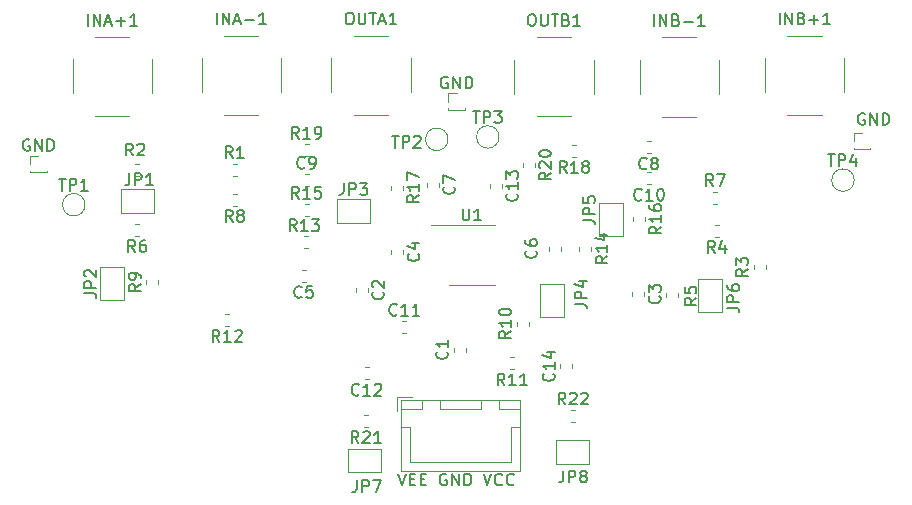
<source format=gbr>
G04 #@! TF.GenerationSoftware,KiCad,Pcbnew,(5.1.2)-2*
G04 #@! TF.CreationDate,2019-07-08T22:36:46+08:00*
G04 #@! TF.ProjectId,General Purpose Op Amp Eval-Board,47656e65-7261-46c2-9050-7572706f7365,rev?*
G04 #@! TF.SameCoordinates,Original*
G04 #@! TF.FileFunction,Legend,Top*
G04 #@! TF.FilePolarity,Positive*
%FSLAX46Y46*%
G04 Gerber Fmt 4.6, Leading zero omitted, Abs format (unit mm)*
G04 Created by KiCad (PCBNEW (5.1.2)-2) date 2019-07-08 22:36:46*
%MOMM*%
%LPD*%
G04 APERTURE LIST*
%ADD10C,0.120000*%
%ADD11C,0.150000*%
G04 APERTURE END LIST*
D10*
X166995800Y-97613000D02*
X167690800Y-97613000D01*
X166995800Y-98298000D02*
X166995800Y-97613000D01*
X168299076Y-98983000D02*
X168385800Y-98983000D01*
X166995800Y-98983000D02*
X167082524Y-98983000D01*
X168385800Y-98983000D02*
X168385800Y-98858000D01*
X166995800Y-98983000D02*
X166995800Y-98858000D01*
X166995800Y-98983000D02*
X168385800Y-98983000D01*
X167015200Y-101600000D02*
G75*
G03X167015200Y-101600000I-950000J0D01*
G01*
X136941600Y-97942400D02*
G75*
G03X136941600Y-97942400I-950000J0D01*
G01*
X132655000Y-94260200D02*
X133350000Y-94260200D01*
X132655000Y-94945200D02*
X132655000Y-94260200D01*
X133958276Y-95630200D02*
X134045000Y-95630200D01*
X132655000Y-95630200D02*
X132741724Y-95630200D01*
X134045000Y-95630200D02*
X134045000Y-95505200D01*
X132655000Y-95630200D02*
X132655000Y-95505200D01*
X132655000Y-95630200D02*
X134045000Y-95630200D01*
X97247400Y-99543400D02*
X97942400Y-99543400D01*
X97247400Y-100228400D02*
X97247400Y-99543400D01*
X98550676Y-100913400D02*
X98637400Y-100913400D01*
X97247400Y-100913400D02*
X97334124Y-100913400D01*
X98637400Y-100913400D02*
X98637400Y-100788400D01*
X97247400Y-100913400D02*
X97247400Y-100788400D01*
X97247400Y-100913400D02*
X98637400Y-100913400D01*
X132623600Y-98145600D02*
G75*
G03X132623600Y-98145600I-950000J0D01*
G01*
X101889600Y-103682800D02*
G75*
G03X101889600Y-103682800I-950000J0D01*
G01*
X145405600Y-106302000D02*
X145405600Y-103502000D01*
X145405600Y-103502000D02*
X147405600Y-103502000D01*
X147405600Y-103502000D02*
X147405600Y-106302000D01*
X147405600Y-106302000D02*
X145405600Y-106302000D01*
X140427200Y-113160000D02*
X140427200Y-110360000D01*
X140427200Y-110360000D02*
X142427200Y-110360000D01*
X142427200Y-110360000D02*
X142427200Y-113160000D01*
X142427200Y-113160000D02*
X140427200Y-113160000D01*
X153787600Y-112753600D02*
X153787600Y-109953600D01*
X153787600Y-109953600D02*
X155787600Y-109953600D01*
X155787600Y-109953600D02*
X155787600Y-112753600D01*
X155787600Y-112753600D02*
X153787600Y-112753600D01*
X123212400Y-103190800D02*
X126012400Y-103190800D01*
X126012400Y-103190800D02*
X126012400Y-105190800D01*
X126012400Y-105190800D02*
X123212400Y-105190800D01*
X123212400Y-105190800D02*
X123212400Y-103190800D01*
X104924400Y-102378000D02*
X107724400Y-102378000D01*
X107724400Y-102378000D02*
X107724400Y-104378000D01*
X107724400Y-104378000D02*
X104924400Y-104378000D01*
X104924400Y-104378000D02*
X104924400Y-102378000D01*
X103190800Y-111737600D02*
X103190800Y-108937600D01*
X103190800Y-108937600D02*
X105190800Y-108937600D01*
X105190800Y-108937600D02*
X105190800Y-111737600D01*
X105190800Y-111737600D02*
X103190800Y-111737600D01*
X141754400Y-123612400D02*
X144554400Y-123612400D01*
X144554400Y-123612400D02*
X144554400Y-125612400D01*
X144554400Y-125612400D02*
X141754400Y-125612400D01*
X141754400Y-125612400D02*
X141754400Y-123612400D01*
X124177600Y-124323600D02*
X126977600Y-124323600D01*
X126977600Y-124323600D02*
X126977600Y-126323600D01*
X126977600Y-126323600D02*
X124177600Y-126323600D01*
X124177600Y-126323600D02*
X124177600Y-124323600D01*
X134114000Y-116122267D02*
X134114000Y-115779733D01*
X133094000Y-116122267D02*
X133094000Y-115779733D01*
X125833600Y-110725133D02*
X125833600Y-111067667D01*
X124813600Y-110725133D02*
X124813600Y-111067667D01*
X149252400Y-111080733D02*
X149252400Y-111423267D01*
X148232400Y-111080733D02*
X148232400Y-111423267D01*
X127810800Y-107473933D02*
X127810800Y-107816467D01*
X128830800Y-107473933D02*
X128830800Y-107816467D01*
X120567267Y-110187200D02*
X120224733Y-110187200D01*
X120567267Y-109167200D02*
X120224733Y-109167200D01*
X141196600Y-107219933D02*
X141196600Y-107562467D01*
X142216600Y-107219933D02*
X142216600Y-107562467D01*
X130808000Y-101809733D02*
X130808000Y-102152267D01*
X131828000Y-101809733D02*
X131828000Y-102152267D01*
X149777267Y-98296000D02*
X149434733Y-98296000D01*
X149777267Y-99316000D02*
X149434733Y-99316000D01*
X120478733Y-101090000D02*
X120821267Y-101090000D01*
X120478733Y-102110000D02*
X120821267Y-102110000D01*
X149828067Y-100937600D02*
X149485533Y-100937600D01*
X149828067Y-101957600D02*
X149485533Y-101957600D01*
X128759133Y-113536000D02*
X129101667Y-113536000D01*
X128759133Y-114556000D02*
X129101667Y-114556000D01*
X125901267Y-118467600D02*
X125558733Y-118467600D01*
X125901267Y-117447600D02*
X125558733Y-117447600D01*
X136142000Y-101936733D02*
X136142000Y-102279267D01*
X137162000Y-101936733D02*
X137162000Y-102279267D01*
X142111000Y-117519267D02*
X142111000Y-117176733D01*
X143131000Y-117519267D02*
X143131000Y-117176733D01*
X100835800Y-91361600D02*
X100835800Y-94261600D01*
X107545800Y-91361600D02*
X107545800Y-94261600D01*
X102740800Y-96166600D02*
X105640800Y-96166600D01*
X102740800Y-89456600D02*
X105640800Y-89456600D01*
X113662800Y-89355000D02*
X116562800Y-89355000D01*
X113662800Y-96065000D02*
X116562800Y-96065000D01*
X118467800Y-91260000D02*
X118467800Y-94160000D01*
X111757800Y-91260000D02*
X111757800Y-94160000D01*
X159459000Y-91260000D02*
X159459000Y-94160000D01*
X166169000Y-91260000D02*
X166169000Y-94160000D01*
X161364000Y-96065000D02*
X164264000Y-96065000D01*
X161364000Y-89355000D02*
X164264000Y-89355000D01*
X150746800Y-89507400D02*
X153646800Y-89507400D01*
X150746800Y-96217400D02*
X153646800Y-96217400D01*
X155551800Y-91412400D02*
X155551800Y-94312400D01*
X148841800Y-91412400D02*
X148841800Y-94312400D01*
X128631000Y-120222000D02*
X128631000Y-126192000D01*
X128631000Y-126192000D02*
X138751000Y-126192000D01*
X138751000Y-126192000D02*
X138751000Y-120222000D01*
X138751000Y-120222000D02*
X128631000Y-120222000D01*
X131941000Y-120232000D02*
X131941000Y-120982000D01*
X131941000Y-120982000D02*
X135441000Y-120982000D01*
X135441000Y-120982000D02*
X135441000Y-120232000D01*
X135441000Y-120232000D02*
X131941000Y-120232000D01*
X128641000Y-120232000D02*
X128641000Y-120982000D01*
X128641000Y-120982000D02*
X130441000Y-120982000D01*
X130441000Y-120982000D02*
X130441000Y-120232000D01*
X130441000Y-120232000D02*
X128641000Y-120232000D01*
X136941000Y-120232000D02*
X136941000Y-120982000D01*
X136941000Y-120982000D02*
X138741000Y-120982000D01*
X138741000Y-120982000D02*
X138741000Y-120232000D01*
X138741000Y-120232000D02*
X136941000Y-120232000D01*
X128641000Y-122482000D02*
X129391000Y-122482000D01*
X129391000Y-122482000D02*
X129391000Y-125432000D01*
X129391000Y-125432000D02*
X133691000Y-125432000D01*
X138741000Y-122482000D02*
X137991000Y-122482000D01*
X137991000Y-122482000D02*
X137991000Y-125432000D01*
X137991000Y-125432000D02*
X133691000Y-125432000D01*
X129591000Y-119932000D02*
X128341000Y-119932000D01*
X128341000Y-119932000D02*
X128341000Y-121182000D01*
X124661000Y-89355000D02*
X127561000Y-89355000D01*
X124661000Y-96065000D02*
X127561000Y-96065000D01*
X129466000Y-91260000D02*
X129466000Y-94160000D01*
X122756000Y-91260000D02*
X122756000Y-94160000D01*
X138250000Y-91387000D02*
X138250000Y-94287000D01*
X144960000Y-91387000D02*
X144960000Y-94287000D01*
X140155000Y-96192000D02*
X143055000Y-96192000D01*
X140155000Y-89482000D02*
X143055000Y-89482000D01*
X114382733Y-100201000D02*
X114725267Y-100201000D01*
X114382733Y-101221000D02*
X114725267Y-101221000D01*
X106470267Y-100201000D02*
X106127733Y-100201000D01*
X106470267Y-101221000D02*
X106127733Y-101221000D01*
X158494000Y-109137267D02*
X158494000Y-108794733D01*
X159514000Y-109137267D02*
X159514000Y-108794733D01*
X155568467Y-106377200D02*
X155225933Y-106377200D01*
X155568467Y-105357200D02*
X155225933Y-105357200D01*
X152097200Y-111474067D02*
X152097200Y-111131533D01*
X151077200Y-111474067D02*
X151077200Y-111131533D01*
X106470267Y-106301000D02*
X106127733Y-106301000D01*
X106470267Y-105281000D02*
X106127733Y-105281000D01*
X155073533Y-102563200D02*
X155416067Y-102563200D01*
X155073533Y-103583200D02*
X155416067Y-103583200D01*
X114725267Y-103761000D02*
X114382733Y-103761000D01*
X114725267Y-102741000D02*
X114382733Y-102741000D01*
X108079000Y-110407267D02*
X108079000Y-110064733D01*
X107059000Y-110407267D02*
X107059000Y-110064733D01*
X139448000Y-113912467D02*
X139448000Y-113569933D01*
X138428000Y-113912467D02*
X138428000Y-113569933D01*
X138220267Y-117604000D02*
X137877733Y-117604000D01*
X138220267Y-116584000D02*
X137877733Y-116584000D01*
X114090267Y-112901000D02*
X113747733Y-112901000D01*
X114090267Y-113921000D02*
X113747733Y-113921000D01*
X120770467Y-106322400D02*
X120427933Y-106322400D01*
X120770467Y-107342400D02*
X120427933Y-107342400D01*
X144756600Y-107219933D02*
X144756600Y-107562467D01*
X143736600Y-107219933D02*
X143736600Y-107562467D01*
X120478733Y-104650000D02*
X120821267Y-104650000D01*
X120478733Y-103630000D02*
X120821267Y-103630000D01*
X148283200Y-104730733D02*
X148283200Y-105073267D01*
X149303200Y-104730733D02*
X149303200Y-105073267D01*
X128780000Y-102063733D02*
X128780000Y-102406267D01*
X127760000Y-102063733D02*
X127760000Y-102406267D01*
X143478067Y-99620800D02*
X143135533Y-99620800D01*
X143478067Y-98600800D02*
X143135533Y-98600800D01*
X120478733Y-98550000D02*
X120821267Y-98550000D01*
X120478733Y-99570000D02*
X120821267Y-99570000D01*
X138936000Y-100158733D02*
X138936000Y-100501267D01*
X139956000Y-100158733D02*
X139956000Y-100501267D01*
X125861867Y-121460800D02*
X125519333Y-121460800D01*
X125861867Y-122480800D02*
X125519333Y-122480800D01*
X143033933Y-122074400D02*
X143376467Y-122074400D01*
X143033933Y-121054400D02*
X143376467Y-121054400D01*
X134620000Y-110510000D02*
X136570000Y-110510000D01*
X134620000Y-110510000D02*
X132670000Y-110510000D01*
X134620000Y-105390000D02*
X136570000Y-105390000D01*
X134620000Y-105390000D02*
X131170000Y-105390000D01*
D11*
X167894095Y-95969200D02*
X167798857Y-95921580D01*
X167656000Y-95921580D01*
X167513142Y-95969200D01*
X167417904Y-96064438D01*
X167370285Y-96159676D01*
X167322666Y-96350152D01*
X167322666Y-96493009D01*
X167370285Y-96683485D01*
X167417904Y-96778723D01*
X167513142Y-96873961D01*
X167656000Y-96921580D01*
X167751238Y-96921580D01*
X167894095Y-96873961D01*
X167941714Y-96826342D01*
X167941714Y-96493009D01*
X167751238Y-96493009D01*
X168370285Y-96921580D02*
X168370285Y-95921580D01*
X168941714Y-96921580D01*
X168941714Y-95921580D01*
X169417904Y-96921580D02*
X169417904Y-95921580D01*
X169656000Y-95921580D01*
X169798857Y-95969200D01*
X169894095Y-96064438D01*
X169941714Y-96159676D01*
X169989333Y-96350152D01*
X169989333Y-96493009D01*
X169941714Y-96683485D01*
X169894095Y-96778723D01*
X169798857Y-96873961D01*
X169656000Y-96921580D01*
X169417904Y-96921580D01*
X164803295Y-99404380D02*
X165374723Y-99404380D01*
X165089009Y-100404380D02*
X165089009Y-99404380D01*
X165708057Y-100404380D02*
X165708057Y-99404380D01*
X166089009Y-99404380D01*
X166184247Y-99452000D01*
X166231866Y-99499619D01*
X166279485Y-99594857D01*
X166279485Y-99737714D01*
X166231866Y-99832952D01*
X166184247Y-99880571D01*
X166089009Y-99928190D01*
X165708057Y-99928190D01*
X167136628Y-99737714D02*
X167136628Y-100404380D01*
X166898533Y-99356761D02*
X166660438Y-100071047D01*
X167279485Y-100071047D01*
X134729695Y-95746780D02*
X135301123Y-95746780D01*
X135015409Y-96746780D02*
X135015409Y-95746780D01*
X135634457Y-96746780D02*
X135634457Y-95746780D01*
X136015409Y-95746780D01*
X136110647Y-95794400D01*
X136158266Y-95842019D01*
X136205885Y-95937257D01*
X136205885Y-96080114D01*
X136158266Y-96175352D01*
X136110647Y-96222971D01*
X136015409Y-96270590D01*
X135634457Y-96270590D01*
X136539219Y-95746780D02*
X137158266Y-95746780D01*
X136824933Y-96127733D01*
X136967790Y-96127733D01*
X137063028Y-96175352D01*
X137110647Y-96222971D01*
X137158266Y-96318209D01*
X137158266Y-96556304D01*
X137110647Y-96651542D01*
X137063028Y-96699161D01*
X136967790Y-96746780D01*
X136682076Y-96746780D01*
X136586838Y-96699161D01*
X136539219Y-96651542D01*
X132588095Y-92885200D02*
X132492857Y-92837580D01*
X132350000Y-92837580D01*
X132207142Y-92885200D01*
X132111904Y-92980438D01*
X132064285Y-93075676D01*
X132016666Y-93266152D01*
X132016666Y-93409009D01*
X132064285Y-93599485D01*
X132111904Y-93694723D01*
X132207142Y-93789961D01*
X132350000Y-93837580D01*
X132445238Y-93837580D01*
X132588095Y-93789961D01*
X132635714Y-93742342D01*
X132635714Y-93409009D01*
X132445238Y-93409009D01*
X133064285Y-93837580D02*
X133064285Y-92837580D01*
X133635714Y-93837580D01*
X133635714Y-92837580D01*
X134111904Y-93837580D02*
X134111904Y-92837580D01*
X134350000Y-92837580D01*
X134492857Y-92885200D01*
X134588095Y-92980438D01*
X134635714Y-93075676D01*
X134683333Y-93266152D01*
X134683333Y-93409009D01*
X134635714Y-93599485D01*
X134588095Y-93694723D01*
X134492857Y-93789961D01*
X134350000Y-93837580D01*
X134111904Y-93837580D01*
X97180495Y-98168400D02*
X97085257Y-98120780D01*
X96942400Y-98120780D01*
X96799542Y-98168400D01*
X96704304Y-98263638D01*
X96656685Y-98358876D01*
X96609066Y-98549352D01*
X96609066Y-98692209D01*
X96656685Y-98882685D01*
X96704304Y-98977923D01*
X96799542Y-99073161D01*
X96942400Y-99120780D01*
X97037638Y-99120780D01*
X97180495Y-99073161D01*
X97228114Y-99025542D01*
X97228114Y-98692209D01*
X97037638Y-98692209D01*
X97656685Y-99120780D02*
X97656685Y-98120780D01*
X98228114Y-99120780D01*
X98228114Y-98120780D01*
X98704304Y-99120780D02*
X98704304Y-98120780D01*
X98942400Y-98120780D01*
X99085257Y-98168400D01*
X99180495Y-98263638D01*
X99228114Y-98358876D01*
X99275733Y-98549352D01*
X99275733Y-98692209D01*
X99228114Y-98882685D01*
X99180495Y-98977923D01*
X99085257Y-99073161D01*
X98942400Y-99120780D01*
X98704304Y-99120780D01*
X127871695Y-97851980D02*
X128443123Y-97851980D01*
X128157409Y-98851980D02*
X128157409Y-97851980D01*
X128776457Y-98851980D02*
X128776457Y-97851980D01*
X129157409Y-97851980D01*
X129252647Y-97899600D01*
X129300266Y-97947219D01*
X129347885Y-98042457D01*
X129347885Y-98185314D01*
X129300266Y-98280552D01*
X129252647Y-98328171D01*
X129157409Y-98375790D01*
X128776457Y-98375790D01*
X129728838Y-97947219D02*
X129776457Y-97899600D01*
X129871695Y-97851980D01*
X130109790Y-97851980D01*
X130205028Y-97899600D01*
X130252647Y-97947219D01*
X130300266Y-98042457D01*
X130300266Y-98137695D01*
X130252647Y-98280552D01*
X129681219Y-98851980D01*
X130300266Y-98851980D01*
X99677695Y-101487180D02*
X100249123Y-101487180D01*
X99963409Y-102487180D02*
X99963409Y-101487180D01*
X100582457Y-102487180D02*
X100582457Y-101487180D01*
X100963409Y-101487180D01*
X101058647Y-101534800D01*
X101106266Y-101582419D01*
X101153885Y-101677657D01*
X101153885Y-101820514D01*
X101106266Y-101915752D01*
X101058647Y-101963371D01*
X100963409Y-102010990D01*
X100582457Y-102010990D01*
X102106266Y-102487180D02*
X101534838Y-102487180D01*
X101820552Y-102487180D02*
X101820552Y-101487180D01*
X101725314Y-101630038D01*
X101630076Y-101725276D01*
X101534838Y-101772895D01*
X144057980Y-104973333D02*
X144772266Y-104973333D01*
X144915123Y-105020952D01*
X145010361Y-105116190D01*
X145057980Y-105259047D01*
X145057980Y-105354285D01*
X145057980Y-104497142D02*
X144057980Y-104497142D01*
X144057980Y-104116190D01*
X144105600Y-104020952D01*
X144153219Y-103973333D01*
X144248457Y-103925714D01*
X144391314Y-103925714D01*
X144486552Y-103973333D01*
X144534171Y-104020952D01*
X144581790Y-104116190D01*
X144581790Y-104497142D01*
X144057980Y-103020952D02*
X144057980Y-103497142D01*
X144534171Y-103544761D01*
X144486552Y-103497142D01*
X144438933Y-103401904D01*
X144438933Y-103163809D01*
X144486552Y-103068571D01*
X144534171Y-103020952D01*
X144629409Y-102973333D01*
X144867504Y-102973333D01*
X144962742Y-103020952D01*
X145010361Y-103068571D01*
X145057980Y-103163809D01*
X145057980Y-103401904D01*
X145010361Y-103497142D01*
X144962742Y-103544761D01*
X143368780Y-112085333D02*
X144083066Y-112085333D01*
X144225923Y-112132952D01*
X144321161Y-112228190D01*
X144368780Y-112371047D01*
X144368780Y-112466285D01*
X144368780Y-111609142D02*
X143368780Y-111609142D01*
X143368780Y-111228190D01*
X143416400Y-111132952D01*
X143464019Y-111085333D01*
X143559257Y-111037714D01*
X143702114Y-111037714D01*
X143797352Y-111085333D01*
X143844971Y-111132952D01*
X143892590Y-111228190D01*
X143892590Y-111609142D01*
X143702114Y-110180571D02*
X144368780Y-110180571D01*
X143321161Y-110418666D02*
X144035447Y-110656761D01*
X144035447Y-110037714D01*
X156271980Y-112390133D02*
X156986266Y-112390133D01*
X157129123Y-112437752D01*
X157224361Y-112532990D01*
X157271980Y-112675847D01*
X157271980Y-112771085D01*
X157271980Y-111913942D02*
X156271980Y-111913942D01*
X156271980Y-111532990D01*
X156319600Y-111437752D01*
X156367219Y-111390133D01*
X156462457Y-111342514D01*
X156605314Y-111342514D01*
X156700552Y-111390133D01*
X156748171Y-111437752D01*
X156795790Y-111532990D01*
X156795790Y-111913942D01*
X156271980Y-110485371D02*
X156271980Y-110675847D01*
X156319600Y-110771085D01*
X156367219Y-110818704D01*
X156510076Y-110913942D01*
X156700552Y-110961561D01*
X157081504Y-110961561D01*
X157176742Y-110913942D01*
X157224361Y-110866323D01*
X157271980Y-110771085D01*
X157271980Y-110580609D01*
X157224361Y-110485371D01*
X157176742Y-110437752D01*
X157081504Y-110390133D01*
X156843409Y-110390133D01*
X156748171Y-110437752D01*
X156700552Y-110485371D01*
X156652933Y-110580609D01*
X156652933Y-110771085D01*
X156700552Y-110866323D01*
X156748171Y-110913942D01*
X156843409Y-110961561D01*
X123779066Y-101843180D02*
X123779066Y-102557466D01*
X123731447Y-102700323D01*
X123636209Y-102795561D01*
X123493352Y-102843180D01*
X123398114Y-102843180D01*
X124255257Y-102843180D02*
X124255257Y-101843180D01*
X124636209Y-101843180D01*
X124731447Y-101890800D01*
X124779066Y-101938419D01*
X124826685Y-102033657D01*
X124826685Y-102176514D01*
X124779066Y-102271752D01*
X124731447Y-102319371D01*
X124636209Y-102366990D01*
X124255257Y-102366990D01*
X125160019Y-101843180D02*
X125779066Y-101843180D01*
X125445733Y-102224133D01*
X125588590Y-102224133D01*
X125683828Y-102271752D01*
X125731447Y-102319371D01*
X125779066Y-102414609D01*
X125779066Y-102652704D01*
X125731447Y-102747942D01*
X125683828Y-102795561D01*
X125588590Y-102843180D01*
X125302876Y-102843180D01*
X125207638Y-102795561D01*
X125160019Y-102747942D01*
X105643466Y-101030380D02*
X105643466Y-101744666D01*
X105595847Y-101887523D01*
X105500609Y-101982761D01*
X105357752Y-102030380D01*
X105262514Y-102030380D01*
X106119657Y-102030380D02*
X106119657Y-101030380D01*
X106500609Y-101030380D01*
X106595847Y-101078000D01*
X106643466Y-101125619D01*
X106691085Y-101220857D01*
X106691085Y-101363714D01*
X106643466Y-101458952D01*
X106595847Y-101506571D01*
X106500609Y-101554190D01*
X106119657Y-101554190D01*
X107643466Y-102030380D02*
X107072038Y-102030380D01*
X107357752Y-102030380D02*
X107357752Y-101030380D01*
X107262514Y-101173238D01*
X107167276Y-101268476D01*
X107072038Y-101316095D01*
X101843180Y-111170933D02*
X102557466Y-111170933D01*
X102700323Y-111218552D01*
X102795561Y-111313790D01*
X102843180Y-111456647D01*
X102843180Y-111551885D01*
X102843180Y-110694742D02*
X101843180Y-110694742D01*
X101843180Y-110313790D01*
X101890800Y-110218552D01*
X101938419Y-110170933D01*
X102033657Y-110123314D01*
X102176514Y-110123314D01*
X102271752Y-110170933D01*
X102319371Y-110218552D01*
X102366990Y-110313790D01*
X102366990Y-110694742D01*
X101938419Y-109742361D02*
X101890800Y-109694742D01*
X101843180Y-109599504D01*
X101843180Y-109361409D01*
X101890800Y-109266171D01*
X101938419Y-109218552D01*
X102033657Y-109170933D01*
X102128895Y-109170933D01*
X102271752Y-109218552D01*
X102843180Y-109789980D01*
X102843180Y-109170933D01*
X142371866Y-126198380D02*
X142371866Y-126912666D01*
X142324247Y-127055523D01*
X142229009Y-127150761D01*
X142086152Y-127198380D01*
X141990914Y-127198380D01*
X142848057Y-127198380D02*
X142848057Y-126198380D01*
X143229009Y-126198380D01*
X143324247Y-126246000D01*
X143371866Y-126293619D01*
X143419485Y-126388857D01*
X143419485Y-126531714D01*
X143371866Y-126626952D01*
X143324247Y-126674571D01*
X143229009Y-126722190D01*
X142848057Y-126722190D01*
X143990914Y-126626952D02*
X143895676Y-126579333D01*
X143848057Y-126531714D01*
X143800438Y-126436476D01*
X143800438Y-126388857D01*
X143848057Y-126293619D01*
X143895676Y-126246000D01*
X143990914Y-126198380D01*
X144181390Y-126198380D01*
X144276628Y-126246000D01*
X144324247Y-126293619D01*
X144371866Y-126388857D01*
X144371866Y-126436476D01*
X144324247Y-126531714D01*
X144276628Y-126579333D01*
X144181390Y-126626952D01*
X143990914Y-126626952D01*
X143895676Y-126674571D01*
X143848057Y-126722190D01*
X143800438Y-126817428D01*
X143800438Y-127007904D01*
X143848057Y-127103142D01*
X143895676Y-127150761D01*
X143990914Y-127198380D01*
X144181390Y-127198380D01*
X144276628Y-127150761D01*
X144324247Y-127103142D01*
X144371866Y-127007904D01*
X144371866Y-126817428D01*
X144324247Y-126722190D01*
X144276628Y-126674571D01*
X144181390Y-126626952D01*
X124896666Y-127011180D02*
X124896666Y-127725466D01*
X124849047Y-127868323D01*
X124753809Y-127963561D01*
X124610952Y-128011180D01*
X124515714Y-128011180D01*
X125372857Y-128011180D02*
X125372857Y-127011180D01*
X125753809Y-127011180D01*
X125849047Y-127058800D01*
X125896666Y-127106419D01*
X125944285Y-127201657D01*
X125944285Y-127344514D01*
X125896666Y-127439752D01*
X125849047Y-127487371D01*
X125753809Y-127534990D01*
X125372857Y-127534990D01*
X126277619Y-127011180D02*
X126944285Y-127011180D01*
X126515714Y-128011180D01*
X132531142Y-116117666D02*
X132578761Y-116165285D01*
X132626380Y-116308142D01*
X132626380Y-116403380D01*
X132578761Y-116546238D01*
X132483523Y-116641476D01*
X132388285Y-116689095D01*
X132197809Y-116736714D01*
X132054952Y-116736714D01*
X131864476Y-116689095D01*
X131769238Y-116641476D01*
X131674000Y-116546238D01*
X131626380Y-116403380D01*
X131626380Y-116308142D01*
X131674000Y-116165285D01*
X131721619Y-116117666D01*
X132626380Y-115165285D02*
X132626380Y-115736714D01*
X132626380Y-115451000D02*
X131626380Y-115451000D01*
X131769238Y-115546238D01*
X131864476Y-115641476D01*
X131912095Y-115736714D01*
X127110742Y-111063066D02*
X127158361Y-111110685D01*
X127205980Y-111253542D01*
X127205980Y-111348780D01*
X127158361Y-111491638D01*
X127063123Y-111586876D01*
X126967885Y-111634495D01*
X126777409Y-111682114D01*
X126634552Y-111682114D01*
X126444076Y-111634495D01*
X126348838Y-111586876D01*
X126253600Y-111491638D01*
X126205980Y-111348780D01*
X126205980Y-111253542D01*
X126253600Y-111110685D01*
X126301219Y-111063066D01*
X126301219Y-110682114D02*
X126253600Y-110634495D01*
X126205980Y-110539257D01*
X126205980Y-110301161D01*
X126253600Y-110205923D01*
X126301219Y-110158304D01*
X126396457Y-110110685D01*
X126491695Y-110110685D01*
X126634552Y-110158304D01*
X127205980Y-110729733D01*
X127205980Y-110110685D01*
X150529542Y-111418666D02*
X150577161Y-111466285D01*
X150624780Y-111609142D01*
X150624780Y-111704380D01*
X150577161Y-111847238D01*
X150481923Y-111942476D01*
X150386685Y-111990095D01*
X150196209Y-112037714D01*
X150053352Y-112037714D01*
X149862876Y-111990095D01*
X149767638Y-111942476D01*
X149672400Y-111847238D01*
X149624780Y-111704380D01*
X149624780Y-111609142D01*
X149672400Y-111466285D01*
X149720019Y-111418666D01*
X149624780Y-111085333D02*
X149624780Y-110466285D01*
X150005733Y-110799619D01*
X150005733Y-110656761D01*
X150053352Y-110561523D01*
X150100971Y-110513904D01*
X150196209Y-110466285D01*
X150434304Y-110466285D01*
X150529542Y-110513904D01*
X150577161Y-110561523D01*
X150624780Y-110656761D01*
X150624780Y-110942476D01*
X150577161Y-111037714D01*
X150529542Y-111085333D01*
X130107942Y-107811866D02*
X130155561Y-107859485D01*
X130203180Y-108002342D01*
X130203180Y-108097580D01*
X130155561Y-108240438D01*
X130060323Y-108335676D01*
X129965085Y-108383295D01*
X129774609Y-108430914D01*
X129631752Y-108430914D01*
X129441276Y-108383295D01*
X129346038Y-108335676D01*
X129250800Y-108240438D01*
X129203180Y-108097580D01*
X129203180Y-108002342D01*
X129250800Y-107859485D01*
X129298419Y-107811866D01*
X129536514Y-106954723D02*
X130203180Y-106954723D01*
X129155561Y-107192819D02*
X129869847Y-107430914D01*
X129869847Y-106811866D01*
X120229333Y-111464342D02*
X120181714Y-111511961D01*
X120038857Y-111559580D01*
X119943619Y-111559580D01*
X119800761Y-111511961D01*
X119705523Y-111416723D01*
X119657904Y-111321485D01*
X119610285Y-111131009D01*
X119610285Y-110988152D01*
X119657904Y-110797676D01*
X119705523Y-110702438D01*
X119800761Y-110607200D01*
X119943619Y-110559580D01*
X120038857Y-110559580D01*
X120181714Y-110607200D01*
X120229333Y-110654819D01*
X121134095Y-110559580D02*
X120657904Y-110559580D01*
X120610285Y-111035771D01*
X120657904Y-110988152D01*
X120753142Y-110940533D01*
X120991238Y-110940533D01*
X121086476Y-110988152D01*
X121134095Y-111035771D01*
X121181714Y-111131009D01*
X121181714Y-111369104D01*
X121134095Y-111464342D01*
X121086476Y-111511961D01*
X120991238Y-111559580D01*
X120753142Y-111559580D01*
X120657904Y-111511961D01*
X120610285Y-111464342D01*
X140057142Y-107557866D02*
X140104761Y-107605485D01*
X140152380Y-107748342D01*
X140152380Y-107843580D01*
X140104761Y-107986438D01*
X140009523Y-108081676D01*
X139914285Y-108129295D01*
X139723809Y-108176914D01*
X139580952Y-108176914D01*
X139390476Y-108129295D01*
X139295238Y-108081676D01*
X139200000Y-107986438D01*
X139152380Y-107843580D01*
X139152380Y-107748342D01*
X139200000Y-107605485D01*
X139247619Y-107557866D01*
X139152380Y-106700723D02*
X139152380Y-106891200D01*
X139200000Y-106986438D01*
X139247619Y-107034057D01*
X139390476Y-107129295D01*
X139580952Y-107176914D01*
X139961904Y-107176914D01*
X140057142Y-107129295D01*
X140104761Y-107081676D01*
X140152380Y-106986438D01*
X140152380Y-106795961D01*
X140104761Y-106700723D01*
X140057142Y-106653104D01*
X139961904Y-106605485D01*
X139723809Y-106605485D01*
X139628571Y-106653104D01*
X139580952Y-106700723D01*
X139533333Y-106795961D01*
X139533333Y-106986438D01*
X139580952Y-107081676D01*
X139628571Y-107129295D01*
X139723809Y-107176914D01*
X133105142Y-102147666D02*
X133152761Y-102195285D01*
X133200380Y-102338142D01*
X133200380Y-102433380D01*
X133152761Y-102576238D01*
X133057523Y-102671476D01*
X132962285Y-102719095D01*
X132771809Y-102766714D01*
X132628952Y-102766714D01*
X132438476Y-102719095D01*
X132343238Y-102671476D01*
X132248000Y-102576238D01*
X132200380Y-102433380D01*
X132200380Y-102338142D01*
X132248000Y-102195285D01*
X132295619Y-102147666D01*
X132200380Y-101814333D02*
X132200380Y-101147666D01*
X133200380Y-101576238D01*
X149439333Y-100593142D02*
X149391714Y-100640761D01*
X149248857Y-100688380D01*
X149153619Y-100688380D01*
X149010761Y-100640761D01*
X148915523Y-100545523D01*
X148867904Y-100450285D01*
X148820285Y-100259809D01*
X148820285Y-100116952D01*
X148867904Y-99926476D01*
X148915523Y-99831238D01*
X149010761Y-99736000D01*
X149153619Y-99688380D01*
X149248857Y-99688380D01*
X149391714Y-99736000D01*
X149439333Y-99783619D01*
X150010761Y-100116952D02*
X149915523Y-100069333D01*
X149867904Y-100021714D01*
X149820285Y-99926476D01*
X149820285Y-99878857D01*
X149867904Y-99783619D01*
X149915523Y-99736000D01*
X150010761Y-99688380D01*
X150201238Y-99688380D01*
X150296476Y-99736000D01*
X150344095Y-99783619D01*
X150391714Y-99878857D01*
X150391714Y-99926476D01*
X150344095Y-100021714D01*
X150296476Y-100069333D01*
X150201238Y-100116952D01*
X150010761Y-100116952D01*
X149915523Y-100164571D01*
X149867904Y-100212190D01*
X149820285Y-100307428D01*
X149820285Y-100497904D01*
X149867904Y-100593142D01*
X149915523Y-100640761D01*
X150010761Y-100688380D01*
X150201238Y-100688380D01*
X150296476Y-100640761D01*
X150344095Y-100593142D01*
X150391714Y-100497904D01*
X150391714Y-100307428D01*
X150344095Y-100212190D01*
X150296476Y-100164571D01*
X150201238Y-100116952D01*
X120483333Y-100527142D02*
X120435714Y-100574761D01*
X120292857Y-100622380D01*
X120197619Y-100622380D01*
X120054761Y-100574761D01*
X119959523Y-100479523D01*
X119911904Y-100384285D01*
X119864285Y-100193809D01*
X119864285Y-100050952D01*
X119911904Y-99860476D01*
X119959523Y-99765238D01*
X120054761Y-99670000D01*
X120197619Y-99622380D01*
X120292857Y-99622380D01*
X120435714Y-99670000D01*
X120483333Y-99717619D01*
X120959523Y-100622380D02*
X121150000Y-100622380D01*
X121245238Y-100574761D01*
X121292857Y-100527142D01*
X121388095Y-100384285D01*
X121435714Y-100193809D01*
X121435714Y-99812857D01*
X121388095Y-99717619D01*
X121340476Y-99670000D01*
X121245238Y-99622380D01*
X121054761Y-99622380D01*
X120959523Y-99670000D01*
X120911904Y-99717619D01*
X120864285Y-99812857D01*
X120864285Y-100050952D01*
X120911904Y-100146190D01*
X120959523Y-100193809D01*
X121054761Y-100241428D01*
X121245238Y-100241428D01*
X121340476Y-100193809D01*
X121388095Y-100146190D01*
X121435714Y-100050952D01*
X149013942Y-103234742D02*
X148966323Y-103282361D01*
X148823466Y-103329980D01*
X148728228Y-103329980D01*
X148585371Y-103282361D01*
X148490133Y-103187123D01*
X148442514Y-103091885D01*
X148394895Y-102901409D01*
X148394895Y-102758552D01*
X148442514Y-102568076D01*
X148490133Y-102472838D01*
X148585371Y-102377600D01*
X148728228Y-102329980D01*
X148823466Y-102329980D01*
X148966323Y-102377600D01*
X149013942Y-102425219D01*
X149966323Y-103329980D02*
X149394895Y-103329980D01*
X149680609Y-103329980D02*
X149680609Y-102329980D01*
X149585371Y-102472838D01*
X149490133Y-102568076D01*
X149394895Y-102615695D01*
X150585371Y-102329980D02*
X150680609Y-102329980D01*
X150775847Y-102377600D01*
X150823466Y-102425219D01*
X150871085Y-102520457D01*
X150918704Y-102710933D01*
X150918704Y-102949028D01*
X150871085Y-103139504D01*
X150823466Y-103234742D01*
X150775847Y-103282361D01*
X150680609Y-103329980D01*
X150585371Y-103329980D01*
X150490133Y-103282361D01*
X150442514Y-103234742D01*
X150394895Y-103139504D01*
X150347276Y-102949028D01*
X150347276Y-102710933D01*
X150394895Y-102520457D01*
X150442514Y-102425219D01*
X150490133Y-102377600D01*
X150585371Y-102329980D01*
X128287542Y-112973142D02*
X128239923Y-113020761D01*
X128097066Y-113068380D01*
X128001828Y-113068380D01*
X127858971Y-113020761D01*
X127763733Y-112925523D01*
X127716114Y-112830285D01*
X127668495Y-112639809D01*
X127668495Y-112496952D01*
X127716114Y-112306476D01*
X127763733Y-112211238D01*
X127858971Y-112116000D01*
X128001828Y-112068380D01*
X128097066Y-112068380D01*
X128239923Y-112116000D01*
X128287542Y-112163619D01*
X129239923Y-113068380D02*
X128668495Y-113068380D01*
X128954209Y-113068380D02*
X128954209Y-112068380D01*
X128858971Y-112211238D01*
X128763733Y-112306476D01*
X128668495Y-112354095D01*
X130192304Y-113068380D02*
X129620876Y-113068380D01*
X129906590Y-113068380D02*
X129906590Y-112068380D01*
X129811352Y-112211238D01*
X129716114Y-112306476D01*
X129620876Y-112354095D01*
X125087142Y-119744742D02*
X125039523Y-119792361D01*
X124896666Y-119839980D01*
X124801428Y-119839980D01*
X124658571Y-119792361D01*
X124563333Y-119697123D01*
X124515714Y-119601885D01*
X124468095Y-119411409D01*
X124468095Y-119268552D01*
X124515714Y-119078076D01*
X124563333Y-118982838D01*
X124658571Y-118887600D01*
X124801428Y-118839980D01*
X124896666Y-118839980D01*
X125039523Y-118887600D01*
X125087142Y-118935219D01*
X126039523Y-119839980D02*
X125468095Y-119839980D01*
X125753809Y-119839980D02*
X125753809Y-118839980D01*
X125658571Y-118982838D01*
X125563333Y-119078076D01*
X125468095Y-119125695D01*
X126420476Y-118935219D02*
X126468095Y-118887600D01*
X126563333Y-118839980D01*
X126801428Y-118839980D01*
X126896666Y-118887600D01*
X126944285Y-118935219D01*
X126991904Y-119030457D01*
X126991904Y-119125695D01*
X126944285Y-119268552D01*
X126372857Y-119839980D01*
X126991904Y-119839980D01*
X138439142Y-102750857D02*
X138486761Y-102798476D01*
X138534380Y-102941333D01*
X138534380Y-103036571D01*
X138486761Y-103179428D01*
X138391523Y-103274666D01*
X138296285Y-103322285D01*
X138105809Y-103369904D01*
X137962952Y-103369904D01*
X137772476Y-103322285D01*
X137677238Y-103274666D01*
X137582000Y-103179428D01*
X137534380Y-103036571D01*
X137534380Y-102941333D01*
X137582000Y-102798476D01*
X137629619Y-102750857D01*
X138534380Y-101798476D02*
X138534380Y-102369904D01*
X138534380Y-102084190D02*
X137534380Y-102084190D01*
X137677238Y-102179428D01*
X137772476Y-102274666D01*
X137820095Y-102369904D01*
X137534380Y-101465142D02*
X137534380Y-100846095D01*
X137915333Y-101179428D01*
X137915333Y-101036571D01*
X137962952Y-100941333D01*
X138010571Y-100893714D01*
X138105809Y-100846095D01*
X138343904Y-100846095D01*
X138439142Y-100893714D01*
X138486761Y-100941333D01*
X138534380Y-101036571D01*
X138534380Y-101322285D01*
X138486761Y-101417523D01*
X138439142Y-101465142D01*
X141548142Y-117990857D02*
X141595761Y-118038476D01*
X141643380Y-118181333D01*
X141643380Y-118276571D01*
X141595761Y-118419428D01*
X141500523Y-118514666D01*
X141405285Y-118562285D01*
X141214809Y-118609904D01*
X141071952Y-118609904D01*
X140881476Y-118562285D01*
X140786238Y-118514666D01*
X140691000Y-118419428D01*
X140643380Y-118276571D01*
X140643380Y-118181333D01*
X140691000Y-118038476D01*
X140738619Y-117990857D01*
X141643380Y-117038476D02*
X141643380Y-117609904D01*
X141643380Y-117324190D02*
X140643380Y-117324190D01*
X140786238Y-117419428D01*
X140881476Y-117514666D01*
X140929095Y-117609904D01*
X140976714Y-116181333D02*
X141643380Y-116181333D01*
X140595761Y-116419428D02*
X141310047Y-116657523D01*
X141310047Y-116038476D01*
X102143180Y-88513980D02*
X102143180Y-87513980D01*
X102619371Y-88513980D02*
X102619371Y-87513980D01*
X103190800Y-88513980D01*
X103190800Y-87513980D01*
X103619371Y-88228266D02*
X104095561Y-88228266D01*
X103524133Y-88513980D02*
X103857466Y-87513980D01*
X104190800Y-88513980D01*
X104524133Y-88133028D02*
X105286038Y-88133028D01*
X104905085Y-88513980D02*
X104905085Y-87752076D01*
X106286038Y-88513980D02*
X105714609Y-88513980D01*
X106000323Y-88513980D02*
X106000323Y-87513980D01*
X105905085Y-87656838D01*
X105809847Y-87752076D01*
X105714609Y-87799695D01*
X113065180Y-88412380D02*
X113065180Y-87412380D01*
X113541371Y-88412380D02*
X113541371Y-87412380D01*
X114112800Y-88412380D01*
X114112800Y-87412380D01*
X114541371Y-88126666D02*
X115017561Y-88126666D01*
X114446133Y-88412380D02*
X114779466Y-87412380D01*
X115112800Y-88412380D01*
X115446133Y-88031428D02*
X116208038Y-88031428D01*
X117208038Y-88412380D02*
X116636609Y-88412380D01*
X116922323Y-88412380D02*
X116922323Y-87412380D01*
X116827085Y-87555238D01*
X116731847Y-87650476D01*
X116636609Y-87698095D01*
X160694952Y-88412380D02*
X160694952Y-87412380D01*
X161171142Y-88412380D02*
X161171142Y-87412380D01*
X161742571Y-88412380D01*
X161742571Y-87412380D01*
X162552095Y-87888571D02*
X162694952Y-87936190D01*
X162742571Y-87983809D01*
X162790190Y-88079047D01*
X162790190Y-88221904D01*
X162742571Y-88317142D01*
X162694952Y-88364761D01*
X162599714Y-88412380D01*
X162218761Y-88412380D01*
X162218761Y-87412380D01*
X162552095Y-87412380D01*
X162647333Y-87460000D01*
X162694952Y-87507619D01*
X162742571Y-87602857D01*
X162742571Y-87698095D01*
X162694952Y-87793333D01*
X162647333Y-87840952D01*
X162552095Y-87888571D01*
X162218761Y-87888571D01*
X163218761Y-88031428D02*
X163980666Y-88031428D01*
X163599714Y-88412380D02*
X163599714Y-87650476D01*
X164980666Y-88412380D02*
X164409238Y-88412380D01*
X164694952Y-88412380D02*
X164694952Y-87412380D01*
X164599714Y-87555238D01*
X164504476Y-87650476D01*
X164409238Y-87698095D01*
X150077752Y-88564780D02*
X150077752Y-87564780D01*
X150553942Y-88564780D02*
X150553942Y-87564780D01*
X151125371Y-88564780D01*
X151125371Y-87564780D01*
X151934895Y-88040971D02*
X152077752Y-88088590D01*
X152125371Y-88136209D01*
X152172990Y-88231447D01*
X152172990Y-88374304D01*
X152125371Y-88469542D01*
X152077752Y-88517161D01*
X151982514Y-88564780D01*
X151601561Y-88564780D01*
X151601561Y-87564780D01*
X151934895Y-87564780D01*
X152030133Y-87612400D01*
X152077752Y-87660019D01*
X152125371Y-87755257D01*
X152125371Y-87850495D01*
X152077752Y-87945733D01*
X152030133Y-87993352D01*
X151934895Y-88040971D01*
X151601561Y-88040971D01*
X152601561Y-88183828D02*
X153363466Y-88183828D01*
X154363466Y-88564780D02*
X153792038Y-88564780D01*
X154077752Y-88564780D02*
X154077752Y-87564780D01*
X153982514Y-87707638D01*
X153887276Y-87802876D01*
X153792038Y-87850495D01*
X128397619Y-126452380D02*
X128730952Y-127452380D01*
X129064285Y-126452380D01*
X129397619Y-126928571D02*
X129730952Y-126928571D01*
X129873809Y-127452380D02*
X129397619Y-127452380D01*
X129397619Y-126452380D01*
X129873809Y-126452380D01*
X130302380Y-126928571D02*
X130635714Y-126928571D01*
X130778571Y-127452380D02*
X130302380Y-127452380D01*
X130302380Y-126452380D01*
X130778571Y-126452380D01*
X132492857Y-126500000D02*
X132397619Y-126452380D01*
X132254761Y-126452380D01*
X132111904Y-126500000D01*
X132016666Y-126595238D01*
X131969047Y-126690476D01*
X131921428Y-126880952D01*
X131921428Y-127023809D01*
X131969047Y-127214285D01*
X132016666Y-127309523D01*
X132111904Y-127404761D01*
X132254761Y-127452380D01*
X132350000Y-127452380D01*
X132492857Y-127404761D01*
X132540476Y-127357142D01*
X132540476Y-127023809D01*
X132350000Y-127023809D01*
X132969047Y-127452380D02*
X132969047Y-126452380D01*
X133540476Y-127452380D01*
X133540476Y-126452380D01*
X134016666Y-127452380D02*
X134016666Y-126452380D01*
X134254761Y-126452380D01*
X134397619Y-126500000D01*
X134492857Y-126595238D01*
X134540476Y-126690476D01*
X134588095Y-126880952D01*
X134588095Y-127023809D01*
X134540476Y-127214285D01*
X134492857Y-127309523D01*
X134397619Y-127404761D01*
X134254761Y-127452380D01*
X134016666Y-127452380D01*
X135635714Y-126452380D02*
X135969047Y-127452380D01*
X136302380Y-126452380D01*
X137207142Y-127357142D02*
X137159523Y-127404761D01*
X137016666Y-127452380D01*
X136921428Y-127452380D01*
X136778571Y-127404761D01*
X136683333Y-127309523D01*
X136635714Y-127214285D01*
X136588095Y-127023809D01*
X136588095Y-126880952D01*
X136635714Y-126690476D01*
X136683333Y-126595238D01*
X136778571Y-126500000D01*
X136921428Y-126452380D01*
X137016666Y-126452380D01*
X137159523Y-126500000D01*
X137207142Y-126547619D01*
X138207142Y-127357142D02*
X138159523Y-127404761D01*
X138016666Y-127452380D01*
X137921428Y-127452380D01*
X137778571Y-127404761D01*
X137683333Y-127309523D01*
X137635714Y-127214285D01*
X137588095Y-127023809D01*
X137588095Y-126880952D01*
X137635714Y-126690476D01*
X137683333Y-126595238D01*
X137778571Y-126500000D01*
X137921428Y-126452380D01*
X138016666Y-126452380D01*
X138159523Y-126500000D01*
X138207142Y-126547619D01*
X124206238Y-87412380D02*
X124396714Y-87412380D01*
X124491952Y-87460000D01*
X124587190Y-87555238D01*
X124634809Y-87745714D01*
X124634809Y-88079047D01*
X124587190Y-88269523D01*
X124491952Y-88364761D01*
X124396714Y-88412380D01*
X124206238Y-88412380D01*
X124111000Y-88364761D01*
X124015761Y-88269523D01*
X123968142Y-88079047D01*
X123968142Y-87745714D01*
X124015761Y-87555238D01*
X124111000Y-87460000D01*
X124206238Y-87412380D01*
X125063380Y-87412380D02*
X125063380Y-88221904D01*
X125111000Y-88317142D01*
X125158619Y-88364761D01*
X125253857Y-88412380D01*
X125444333Y-88412380D01*
X125539571Y-88364761D01*
X125587190Y-88317142D01*
X125634809Y-88221904D01*
X125634809Y-87412380D01*
X125968142Y-87412380D02*
X126539571Y-87412380D01*
X126253857Y-88412380D02*
X126253857Y-87412380D01*
X126825285Y-88126666D02*
X127301476Y-88126666D01*
X126730047Y-88412380D02*
X127063380Y-87412380D01*
X127396714Y-88412380D01*
X128253857Y-88412380D02*
X127682428Y-88412380D01*
X127968142Y-88412380D02*
X127968142Y-87412380D01*
X127872904Y-87555238D01*
X127777666Y-87650476D01*
X127682428Y-87698095D01*
X139628809Y-87539380D02*
X139819285Y-87539380D01*
X139914523Y-87587000D01*
X140009761Y-87682238D01*
X140057380Y-87872714D01*
X140057380Y-88206047D01*
X140009761Y-88396523D01*
X139914523Y-88491761D01*
X139819285Y-88539380D01*
X139628809Y-88539380D01*
X139533571Y-88491761D01*
X139438333Y-88396523D01*
X139390714Y-88206047D01*
X139390714Y-87872714D01*
X139438333Y-87682238D01*
X139533571Y-87587000D01*
X139628809Y-87539380D01*
X140485952Y-87539380D02*
X140485952Y-88348904D01*
X140533571Y-88444142D01*
X140581190Y-88491761D01*
X140676428Y-88539380D01*
X140866904Y-88539380D01*
X140962142Y-88491761D01*
X141009761Y-88444142D01*
X141057380Y-88348904D01*
X141057380Y-87539380D01*
X141390714Y-87539380D02*
X141962142Y-87539380D01*
X141676428Y-88539380D02*
X141676428Y-87539380D01*
X142628809Y-88015571D02*
X142771666Y-88063190D01*
X142819285Y-88110809D01*
X142866904Y-88206047D01*
X142866904Y-88348904D01*
X142819285Y-88444142D01*
X142771666Y-88491761D01*
X142676428Y-88539380D01*
X142295476Y-88539380D01*
X142295476Y-87539380D01*
X142628809Y-87539380D01*
X142724047Y-87587000D01*
X142771666Y-87634619D01*
X142819285Y-87729857D01*
X142819285Y-87825095D01*
X142771666Y-87920333D01*
X142724047Y-87967952D01*
X142628809Y-88015571D01*
X142295476Y-88015571D01*
X143819285Y-88539380D02*
X143247857Y-88539380D01*
X143533571Y-88539380D02*
X143533571Y-87539380D01*
X143438333Y-87682238D01*
X143343095Y-87777476D01*
X143247857Y-87825095D01*
X114387333Y-99733380D02*
X114054000Y-99257190D01*
X113815904Y-99733380D02*
X113815904Y-98733380D01*
X114196857Y-98733380D01*
X114292095Y-98781000D01*
X114339714Y-98828619D01*
X114387333Y-98923857D01*
X114387333Y-99066714D01*
X114339714Y-99161952D01*
X114292095Y-99209571D01*
X114196857Y-99257190D01*
X113815904Y-99257190D01*
X115339714Y-99733380D02*
X114768285Y-99733380D01*
X115054000Y-99733380D02*
X115054000Y-98733380D01*
X114958761Y-98876238D01*
X114863523Y-98971476D01*
X114768285Y-99019095D01*
X105954533Y-99512380D02*
X105621200Y-99036190D01*
X105383104Y-99512380D02*
X105383104Y-98512380D01*
X105764057Y-98512380D01*
X105859295Y-98560000D01*
X105906914Y-98607619D01*
X105954533Y-98702857D01*
X105954533Y-98845714D01*
X105906914Y-98940952D01*
X105859295Y-98988571D01*
X105764057Y-99036190D01*
X105383104Y-99036190D01*
X106335485Y-98607619D02*
X106383104Y-98560000D01*
X106478342Y-98512380D01*
X106716438Y-98512380D01*
X106811676Y-98560000D01*
X106859295Y-98607619D01*
X106906914Y-98702857D01*
X106906914Y-98798095D01*
X106859295Y-98940952D01*
X106287866Y-99512380D01*
X106906914Y-99512380D01*
X158026380Y-109132666D02*
X157550190Y-109466000D01*
X158026380Y-109704095D02*
X157026380Y-109704095D01*
X157026380Y-109323142D01*
X157074000Y-109227904D01*
X157121619Y-109180285D01*
X157216857Y-109132666D01*
X157359714Y-109132666D01*
X157454952Y-109180285D01*
X157502571Y-109227904D01*
X157550190Y-109323142D01*
X157550190Y-109704095D01*
X157026380Y-108799333D02*
X157026380Y-108180285D01*
X157407333Y-108513619D01*
X157407333Y-108370761D01*
X157454952Y-108275523D01*
X157502571Y-108227904D01*
X157597809Y-108180285D01*
X157835904Y-108180285D01*
X157931142Y-108227904D01*
X157978761Y-108275523D01*
X158026380Y-108370761D01*
X158026380Y-108656476D01*
X157978761Y-108751714D01*
X157931142Y-108799333D01*
X155230533Y-107749580D02*
X154897200Y-107273390D01*
X154659104Y-107749580D02*
X154659104Y-106749580D01*
X155040057Y-106749580D01*
X155135295Y-106797200D01*
X155182914Y-106844819D01*
X155230533Y-106940057D01*
X155230533Y-107082914D01*
X155182914Y-107178152D01*
X155135295Y-107225771D01*
X155040057Y-107273390D01*
X154659104Y-107273390D01*
X156087676Y-107082914D02*
X156087676Y-107749580D01*
X155849580Y-106701961D02*
X155611485Y-107416247D01*
X156230533Y-107416247D01*
X153665180Y-111571066D02*
X153188990Y-111904400D01*
X153665180Y-112142495D02*
X152665180Y-112142495D01*
X152665180Y-111761542D01*
X152712800Y-111666304D01*
X152760419Y-111618685D01*
X152855657Y-111571066D01*
X152998514Y-111571066D01*
X153093752Y-111618685D01*
X153141371Y-111666304D01*
X153188990Y-111761542D01*
X153188990Y-112142495D01*
X152665180Y-110666304D02*
X152665180Y-111142495D01*
X153141371Y-111190114D01*
X153093752Y-111142495D01*
X153046133Y-111047257D01*
X153046133Y-110809161D01*
X153093752Y-110713923D01*
X153141371Y-110666304D01*
X153236609Y-110618685D01*
X153474704Y-110618685D01*
X153569942Y-110666304D01*
X153617561Y-110713923D01*
X153665180Y-110809161D01*
X153665180Y-111047257D01*
X153617561Y-111142495D01*
X153569942Y-111190114D01*
X106132333Y-107673380D02*
X105799000Y-107197190D01*
X105560904Y-107673380D02*
X105560904Y-106673380D01*
X105941857Y-106673380D01*
X106037095Y-106721000D01*
X106084714Y-106768619D01*
X106132333Y-106863857D01*
X106132333Y-107006714D01*
X106084714Y-107101952D01*
X106037095Y-107149571D01*
X105941857Y-107197190D01*
X105560904Y-107197190D01*
X106989476Y-106673380D02*
X106799000Y-106673380D01*
X106703761Y-106721000D01*
X106656142Y-106768619D01*
X106560904Y-106911476D01*
X106513285Y-107101952D01*
X106513285Y-107482904D01*
X106560904Y-107578142D01*
X106608523Y-107625761D01*
X106703761Y-107673380D01*
X106894238Y-107673380D01*
X106989476Y-107625761D01*
X107037095Y-107578142D01*
X107084714Y-107482904D01*
X107084714Y-107244809D01*
X107037095Y-107149571D01*
X106989476Y-107101952D01*
X106894238Y-107054333D01*
X106703761Y-107054333D01*
X106608523Y-107101952D01*
X106560904Y-107149571D01*
X106513285Y-107244809D01*
X155078133Y-102095580D02*
X154744800Y-101619390D01*
X154506704Y-102095580D02*
X154506704Y-101095580D01*
X154887657Y-101095580D01*
X154982895Y-101143200D01*
X155030514Y-101190819D01*
X155078133Y-101286057D01*
X155078133Y-101428914D01*
X155030514Y-101524152D01*
X154982895Y-101571771D01*
X154887657Y-101619390D01*
X154506704Y-101619390D01*
X155411466Y-101095580D02*
X156078133Y-101095580D01*
X155649561Y-102095580D01*
X114387333Y-105133380D02*
X114054000Y-104657190D01*
X113815904Y-105133380D02*
X113815904Y-104133380D01*
X114196857Y-104133380D01*
X114292095Y-104181000D01*
X114339714Y-104228619D01*
X114387333Y-104323857D01*
X114387333Y-104466714D01*
X114339714Y-104561952D01*
X114292095Y-104609571D01*
X114196857Y-104657190D01*
X113815904Y-104657190D01*
X114958761Y-104561952D02*
X114863523Y-104514333D01*
X114815904Y-104466714D01*
X114768285Y-104371476D01*
X114768285Y-104323857D01*
X114815904Y-104228619D01*
X114863523Y-104181000D01*
X114958761Y-104133380D01*
X115149238Y-104133380D01*
X115244476Y-104181000D01*
X115292095Y-104228619D01*
X115339714Y-104323857D01*
X115339714Y-104371476D01*
X115292095Y-104466714D01*
X115244476Y-104514333D01*
X115149238Y-104561952D01*
X114958761Y-104561952D01*
X114863523Y-104609571D01*
X114815904Y-104657190D01*
X114768285Y-104752428D01*
X114768285Y-104942904D01*
X114815904Y-105038142D01*
X114863523Y-105085761D01*
X114958761Y-105133380D01*
X115149238Y-105133380D01*
X115244476Y-105085761D01*
X115292095Y-105038142D01*
X115339714Y-104942904D01*
X115339714Y-104752428D01*
X115292095Y-104657190D01*
X115244476Y-104609571D01*
X115149238Y-104561952D01*
X106591380Y-110402666D02*
X106115190Y-110736000D01*
X106591380Y-110974095D02*
X105591380Y-110974095D01*
X105591380Y-110593142D01*
X105639000Y-110497904D01*
X105686619Y-110450285D01*
X105781857Y-110402666D01*
X105924714Y-110402666D01*
X106019952Y-110450285D01*
X106067571Y-110497904D01*
X106115190Y-110593142D01*
X106115190Y-110974095D01*
X106591380Y-109926476D02*
X106591380Y-109736000D01*
X106543761Y-109640761D01*
X106496142Y-109593142D01*
X106353285Y-109497904D01*
X106162809Y-109450285D01*
X105781857Y-109450285D01*
X105686619Y-109497904D01*
X105639000Y-109545523D01*
X105591380Y-109640761D01*
X105591380Y-109831238D01*
X105639000Y-109926476D01*
X105686619Y-109974095D01*
X105781857Y-110021714D01*
X106019952Y-110021714D01*
X106115190Y-109974095D01*
X106162809Y-109926476D01*
X106210428Y-109831238D01*
X106210428Y-109640761D01*
X106162809Y-109545523D01*
X106115190Y-109497904D01*
X106019952Y-109450285D01*
X137960380Y-114384057D02*
X137484190Y-114717390D01*
X137960380Y-114955485D02*
X136960380Y-114955485D01*
X136960380Y-114574533D01*
X137008000Y-114479295D01*
X137055619Y-114431676D01*
X137150857Y-114384057D01*
X137293714Y-114384057D01*
X137388952Y-114431676D01*
X137436571Y-114479295D01*
X137484190Y-114574533D01*
X137484190Y-114955485D01*
X137960380Y-113431676D02*
X137960380Y-114003104D01*
X137960380Y-113717390D02*
X136960380Y-113717390D01*
X137103238Y-113812628D01*
X137198476Y-113907866D01*
X137246095Y-114003104D01*
X136960380Y-112812628D02*
X136960380Y-112717390D01*
X137008000Y-112622152D01*
X137055619Y-112574533D01*
X137150857Y-112526914D01*
X137341333Y-112479295D01*
X137579428Y-112479295D01*
X137769904Y-112526914D01*
X137865142Y-112574533D01*
X137912761Y-112622152D01*
X137960380Y-112717390D01*
X137960380Y-112812628D01*
X137912761Y-112907866D01*
X137865142Y-112955485D01*
X137769904Y-113003104D01*
X137579428Y-113050723D01*
X137341333Y-113050723D01*
X137150857Y-113003104D01*
X137055619Y-112955485D01*
X137008000Y-112907866D01*
X136960380Y-112812628D01*
X137406142Y-118976380D02*
X137072809Y-118500190D01*
X136834714Y-118976380D02*
X136834714Y-117976380D01*
X137215666Y-117976380D01*
X137310904Y-118024000D01*
X137358523Y-118071619D01*
X137406142Y-118166857D01*
X137406142Y-118309714D01*
X137358523Y-118404952D01*
X137310904Y-118452571D01*
X137215666Y-118500190D01*
X136834714Y-118500190D01*
X138358523Y-118976380D02*
X137787095Y-118976380D01*
X138072809Y-118976380D02*
X138072809Y-117976380D01*
X137977571Y-118119238D01*
X137882333Y-118214476D01*
X137787095Y-118262095D01*
X139310904Y-118976380D02*
X138739476Y-118976380D01*
X139025190Y-118976380D02*
X139025190Y-117976380D01*
X138929952Y-118119238D01*
X138834714Y-118214476D01*
X138739476Y-118262095D01*
X113276142Y-115293380D02*
X112942809Y-114817190D01*
X112704714Y-115293380D02*
X112704714Y-114293380D01*
X113085666Y-114293380D01*
X113180904Y-114341000D01*
X113228523Y-114388619D01*
X113276142Y-114483857D01*
X113276142Y-114626714D01*
X113228523Y-114721952D01*
X113180904Y-114769571D01*
X113085666Y-114817190D01*
X112704714Y-114817190D01*
X114228523Y-115293380D02*
X113657095Y-115293380D01*
X113942809Y-115293380D02*
X113942809Y-114293380D01*
X113847571Y-114436238D01*
X113752333Y-114531476D01*
X113657095Y-114579095D01*
X114609476Y-114388619D02*
X114657095Y-114341000D01*
X114752333Y-114293380D01*
X114990428Y-114293380D01*
X115085666Y-114341000D01*
X115133285Y-114388619D01*
X115180904Y-114483857D01*
X115180904Y-114579095D01*
X115133285Y-114721952D01*
X114561857Y-115293380D01*
X115180904Y-115293380D01*
X119803942Y-105913180D02*
X119470609Y-105436990D01*
X119232514Y-105913180D02*
X119232514Y-104913180D01*
X119613466Y-104913180D01*
X119708704Y-104960800D01*
X119756323Y-105008419D01*
X119803942Y-105103657D01*
X119803942Y-105246514D01*
X119756323Y-105341752D01*
X119708704Y-105389371D01*
X119613466Y-105436990D01*
X119232514Y-105436990D01*
X120756323Y-105913180D02*
X120184895Y-105913180D01*
X120470609Y-105913180D02*
X120470609Y-104913180D01*
X120375371Y-105056038D01*
X120280133Y-105151276D01*
X120184895Y-105198895D01*
X121089657Y-104913180D02*
X121708704Y-104913180D01*
X121375371Y-105294133D01*
X121518228Y-105294133D01*
X121613466Y-105341752D01*
X121661085Y-105389371D01*
X121708704Y-105484609D01*
X121708704Y-105722704D01*
X121661085Y-105817942D01*
X121613466Y-105865561D01*
X121518228Y-105913180D01*
X121232514Y-105913180D01*
X121137276Y-105865561D01*
X121089657Y-105817942D01*
X146128980Y-108034057D02*
X145652790Y-108367390D01*
X146128980Y-108605485D02*
X145128980Y-108605485D01*
X145128980Y-108224533D01*
X145176600Y-108129295D01*
X145224219Y-108081676D01*
X145319457Y-108034057D01*
X145462314Y-108034057D01*
X145557552Y-108081676D01*
X145605171Y-108129295D01*
X145652790Y-108224533D01*
X145652790Y-108605485D01*
X146128980Y-107081676D02*
X146128980Y-107653104D01*
X146128980Y-107367390D02*
X145128980Y-107367390D01*
X145271838Y-107462628D01*
X145367076Y-107557866D01*
X145414695Y-107653104D01*
X145462314Y-106224533D02*
X146128980Y-106224533D01*
X145081361Y-106462628D02*
X145795647Y-106700723D01*
X145795647Y-106081676D01*
X120007142Y-103162380D02*
X119673809Y-102686190D01*
X119435714Y-103162380D02*
X119435714Y-102162380D01*
X119816666Y-102162380D01*
X119911904Y-102210000D01*
X119959523Y-102257619D01*
X120007142Y-102352857D01*
X120007142Y-102495714D01*
X119959523Y-102590952D01*
X119911904Y-102638571D01*
X119816666Y-102686190D01*
X119435714Y-102686190D01*
X120959523Y-103162380D02*
X120388095Y-103162380D01*
X120673809Y-103162380D02*
X120673809Y-102162380D01*
X120578571Y-102305238D01*
X120483333Y-102400476D01*
X120388095Y-102448095D01*
X121864285Y-102162380D02*
X121388095Y-102162380D01*
X121340476Y-102638571D01*
X121388095Y-102590952D01*
X121483333Y-102543333D01*
X121721428Y-102543333D01*
X121816666Y-102590952D01*
X121864285Y-102638571D01*
X121911904Y-102733809D01*
X121911904Y-102971904D01*
X121864285Y-103067142D01*
X121816666Y-103114761D01*
X121721428Y-103162380D01*
X121483333Y-103162380D01*
X121388095Y-103114761D01*
X121340476Y-103067142D01*
X150675580Y-105544857D02*
X150199390Y-105878190D01*
X150675580Y-106116285D02*
X149675580Y-106116285D01*
X149675580Y-105735333D01*
X149723200Y-105640095D01*
X149770819Y-105592476D01*
X149866057Y-105544857D01*
X150008914Y-105544857D01*
X150104152Y-105592476D01*
X150151771Y-105640095D01*
X150199390Y-105735333D01*
X150199390Y-106116285D01*
X150675580Y-104592476D02*
X150675580Y-105163904D01*
X150675580Y-104878190D02*
X149675580Y-104878190D01*
X149818438Y-104973428D01*
X149913676Y-105068666D01*
X149961295Y-105163904D01*
X149675580Y-103735333D02*
X149675580Y-103925809D01*
X149723200Y-104021047D01*
X149770819Y-104068666D01*
X149913676Y-104163904D01*
X150104152Y-104211523D01*
X150485104Y-104211523D01*
X150580342Y-104163904D01*
X150627961Y-104116285D01*
X150675580Y-104021047D01*
X150675580Y-103830571D01*
X150627961Y-103735333D01*
X150580342Y-103687714D01*
X150485104Y-103640095D01*
X150247009Y-103640095D01*
X150151771Y-103687714D01*
X150104152Y-103735333D01*
X150056533Y-103830571D01*
X150056533Y-104021047D01*
X150104152Y-104116285D01*
X150151771Y-104163904D01*
X150247009Y-104211523D01*
X130152380Y-102877857D02*
X129676190Y-103211190D01*
X130152380Y-103449285D02*
X129152380Y-103449285D01*
X129152380Y-103068333D01*
X129200000Y-102973095D01*
X129247619Y-102925476D01*
X129342857Y-102877857D01*
X129485714Y-102877857D01*
X129580952Y-102925476D01*
X129628571Y-102973095D01*
X129676190Y-103068333D01*
X129676190Y-103449285D01*
X130152380Y-101925476D02*
X130152380Y-102496904D01*
X130152380Y-102211190D02*
X129152380Y-102211190D01*
X129295238Y-102306428D01*
X129390476Y-102401666D01*
X129438095Y-102496904D01*
X129152380Y-101592142D02*
X129152380Y-100925476D01*
X130152380Y-101354047D01*
X142663942Y-100993180D02*
X142330609Y-100516990D01*
X142092514Y-100993180D02*
X142092514Y-99993180D01*
X142473466Y-99993180D01*
X142568704Y-100040800D01*
X142616323Y-100088419D01*
X142663942Y-100183657D01*
X142663942Y-100326514D01*
X142616323Y-100421752D01*
X142568704Y-100469371D01*
X142473466Y-100516990D01*
X142092514Y-100516990D01*
X143616323Y-100993180D02*
X143044895Y-100993180D01*
X143330609Y-100993180D02*
X143330609Y-99993180D01*
X143235371Y-100136038D01*
X143140133Y-100231276D01*
X143044895Y-100278895D01*
X144187752Y-100421752D02*
X144092514Y-100374133D01*
X144044895Y-100326514D01*
X143997276Y-100231276D01*
X143997276Y-100183657D01*
X144044895Y-100088419D01*
X144092514Y-100040800D01*
X144187752Y-99993180D01*
X144378228Y-99993180D01*
X144473466Y-100040800D01*
X144521085Y-100088419D01*
X144568704Y-100183657D01*
X144568704Y-100231276D01*
X144521085Y-100326514D01*
X144473466Y-100374133D01*
X144378228Y-100421752D01*
X144187752Y-100421752D01*
X144092514Y-100469371D01*
X144044895Y-100516990D01*
X143997276Y-100612228D01*
X143997276Y-100802704D01*
X144044895Y-100897942D01*
X144092514Y-100945561D01*
X144187752Y-100993180D01*
X144378228Y-100993180D01*
X144473466Y-100945561D01*
X144521085Y-100897942D01*
X144568704Y-100802704D01*
X144568704Y-100612228D01*
X144521085Y-100516990D01*
X144473466Y-100469371D01*
X144378228Y-100421752D01*
X120007142Y-98082380D02*
X119673809Y-97606190D01*
X119435714Y-98082380D02*
X119435714Y-97082380D01*
X119816666Y-97082380D01*
X119911904Y-97130000D01*
X119959523Y-97177619D01*
X120007142Y-97272857D01*
X120007142Y-97415714D01*
X119959523Y-97510952D01*
X119911904Y-97558571D01*
X119816666Y-97606190D01*
X119435714Y-97606190D01*
X120959523Y-98082380D02*
X120388095Y-98082380D01*
X120673809Y-98082380D02*
X120673809Y-97082380D01*
X120578571Y-97225238D01*
X120483333Y-97320476D01*
X120388095Y-97368095D01*
X121435714Y-98082380D02*
X121626190Y-98082380D01*
X121721428Y-98034761D01*
X121769047Y-97987142D01*
X121864285Y-97844285D01*
X121911904Y-97653809D01*
X121911904Y-97272857D01*
X121864285Y-97177619D01*
X121816666Y-97130000D01*
X121721428Y-97082380D01*
X121530952Y-97082380D01*
X121435714Y-97130000D01*
X121388095Y-97177619D01*
X121340476Y-97272857D01*
X121340476Y-97510952D01*
X121388095Y-97606190D01*
X121435714Y-97653809D01*
X121530952Y-97701428D01*
X121721428Y-97701428D01*
X121816666Y-97653809D01*
X121864285Y-97606190D01*
X121911904Y-97510952D01*
X141328380Y-100972857D02*
X140852190Y-101306190D01*
X141328380Y-101544285D02*
X140328380Y-101544285D01*
X140328380Y-101163333D01*
X140376000Y-101068095D01*
X140423619Y-101020476D01*
X140518857Y-100972857D01*
X140661714Y-100972857D01*
X140756952Y-101020476D01*
X140804571Y-101068095D01*
X140852190Y-101163333D01*
X140852190Y-101544285D01*
X140423619Y-100591904D02*
X140376000Y-100544285D01*
X140328380Y-100449047D01*
X140328380Y-100210952D01*
X140376000Y-100115714D01*
X140423619Y-100068095D01*
X140518857Y-100020476D01*
X140614095Y-100020476D01*
X140756952Y-100068095D01*
X141328380Y-100639523D01*
X141328380Y-100020476D01*
X140328380Y-99401428D02*
X140328380Y-99306190D01*
X140376000Y-99210952D01*
X140423619Y-99163333D01*
X140518857Y-99115714D01*
X140709333Y-99068095D01*
X140947428Y-99068095D01*
X141137904Y-99115714D01*
X141233142Y-99163333D01*
X141280761Y-99210952D01*
X141328380Y-99306190D01*
X141328380Y-99401428D01*
X141280761Y-99496666D01*
X141233142Y-99544285D01*
X141137904Y-99591904D01*
X140947428Y-99639523D01*
X140709333Y-99639523D01*
X140518857Y-99591904D01*
X140423619Y-99544285D01*
X140376000Y-99496666D01*
X140328380Y-99401428D01*
X125047742Y-123853180D02*
X124714409Y-123376990D01*
X124476314Y-123853180D02*
X124476314Y-122853180D01*
X124857266Y-122853180D01*
X124952504Y-122900800D01*
X125000123Y-122948419D01*
X125047742Y-123043657D01*
X125047742Y-123186514D01*
X125000123Y-123281752D01*
X124952504Y-123329371D01*
X124857266Y-123376990D01*
X124476314Y-123376990D01*
X125428695Y-122948419D02*
X125476314Y-122900800D01*
X125571552Y-122853180D01*
X125809647Y-122853180D01*
X125904885Y-122900800D01*
X125952504Y-122948419D01*
X126000123Y-123043657D01*
X126000123Y-123138895D01*
X125952504Y-123281752D01*
X125381076Y-123853180D01*
X126000123Y-123853180D01*
X126952504Y-123853180D02*
X126381076Y-123853180D01*
X126666790Y-123853180D02*
X126666790Y-122853180D01*
X126571552Y-122996038D01*
X126476314Y-123091276D01*
X126381076Y-123138895D01*
X142562342Y-120586780D02*
X142229009Y-120110590D01*
X141990914Y-120586780D02*
X141990914Y-119586780D01*
X142371866Y-119586780D01*
X142467104Y-119634400D01*
X142514723Y-119682019D01*
X142562342Y-119777257D01*
X142562342Y-119920114D01*
X142514723Y-120015352D01*
X142467104Y-120062971D01*
X142371866Y-120110590D01*
X141990914Y-120110590D01*
X142943295Y-119682019D02*
X142990914Y-119634400D01*
X143086152Y-119586780D01*
X143324247Y-119586780D01*
X143419485Y-119634400D01*
X143467104Y-119682019D01*
X143514723Y-119777257D01*
X143514723Y-119872495D01*
X143467104Y-120015352D01*
X142895676Y-120586780D01*
X143514723Y-120586780D01*
X143895676Y-119682019D02*
X143943295Y-119634400D01*
X144038533Y-119586780D01*
X144276628Y-119586780D01*
X144371866Y-119634400D01*
X144419485Y-119682019D01*
X144467104Y-119777257D01*
X144467104Y-119872495D01*
X144419485Y-120015352D01*
X143848057Y-120586780D01*
X144467104Y-120586780D01*
X133858095Y-104002380D02*
X133858095Y-104811904D01*
X133905714Y-104907142D01*
X133953333Y-104954761D01*
X134048571Y-105002380D01*
X134239047Y-105002380D01*
X134334285Y-104954761D01*
X134381904Y-104907142D01*
X134429523Y-104811904D01*
X134429523Y-104002380D01*
X135429523Y-105002380D02*
X134858095Y-105002380D01*
X135143809Y-105002380D02*
X135143809Y-104002380D01*
X135048571Y-104145238D01*
X134953333Y-104240476D01*
X134858095Y-104288095D01*
M02*

</source>
